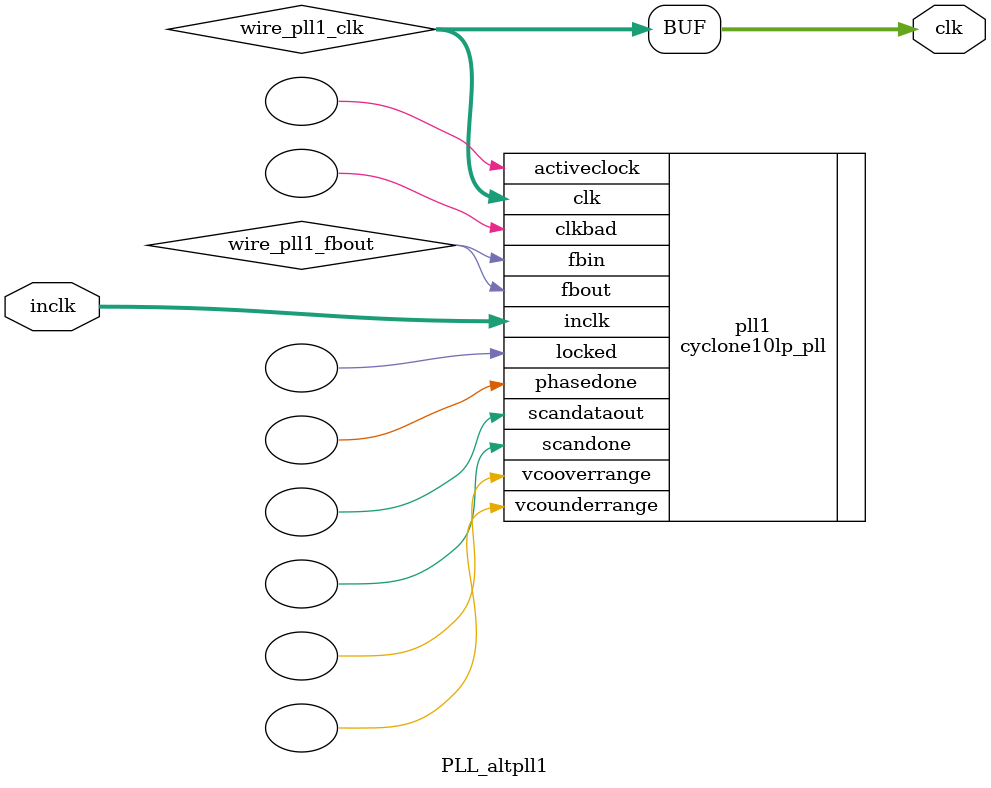
<source format=v>






//synthesis_resources = cyclone10lp_pll 1 
//synopsys translate_off
`timescale 1 ps / 1 ps
//synopsys translate_on
module  PLL_altpll1
	( 
	clk,
	inclk) /* synthesis synthesis_clearbox=1 */;
	output   [4:0]  clk;
	input   [1:0]  inclk;
`ifndef ALTERA_RESERVED_QIS
// synopsys translate_off
`endif
	tri0   [1:0]  inclk;
`ifndef ALTERA_RESERVED_QIS
// synopsys translate_on
`endif

	wire  [4:0]   wire_pll1_clk;
	wire  wire_pll1_fbout;

	cyclone10lp_pll   pll1
	( 
	.activeclock(),
	.clk(wire_pll1_clk),
	.clkbad(),
	.fbin(wire_pll1_fbout),
	.fbout(wire_pll1_fbout),
	.inclk(inclk),
	.locked(),
	.phasedone(),
	.scandataout(),
	.scandone(),
	.vcooverrange(),
	.vcounderrange()
	`ifndef FORMAL_VERIFICATION
	// synopsys translate_off
	`endif
	,
	.areset(1'b0),
	.clkswitch(1'b0),
	.configupdate(1'b0),
	.pfdena(1'b1),
	.phasecounterselect({3{1'b0}}),
	.phasestep(1'b0),
	.phaseupdown(1'b0),
	.scanclk(1'b0),
	.scanclkena(1'b1),
	.scandata(1'b0)
	`ifndef FORMAL_VERIFICATION
	// synopsys translate_on
	`endif
	);
	defparam
		pll1.bandwidth_type = "auto",
		pll1.clk0_divide_by = 6,
		pll1.clk0_duty_cycle = 50,
		pll1.clk0_multiply_by = 25,
		pll1.clk0_phase_shift = "0",
		pll1.clk1_divide_by = 250,
		pll1.clk1_duty_cycle = 50,
		pll1.clk1_multiply_by = 1,
		pll1.clk1_phase_shift = "0",
		pll1.clk2_divide_by = 20000,
		pll1.clk2_duty_cycle = 50,
		pll1.clk2_multiply_by = 147,
		pll1.clk2_phase_shift = "0",
		pll1.compensate_clock = "clk0",
		pll1.inclk0_input_frequency = 83333,
		pll1.operation_mode = "normal",
		pll1.pll_type = "auto",
		pll1.lpm_type = "cyclone10lp_pll";
	assign
		clk = {wire_pll1_clk[4:0]};
endmodule //PLL_altpll1
//VALID FILE

</source>
